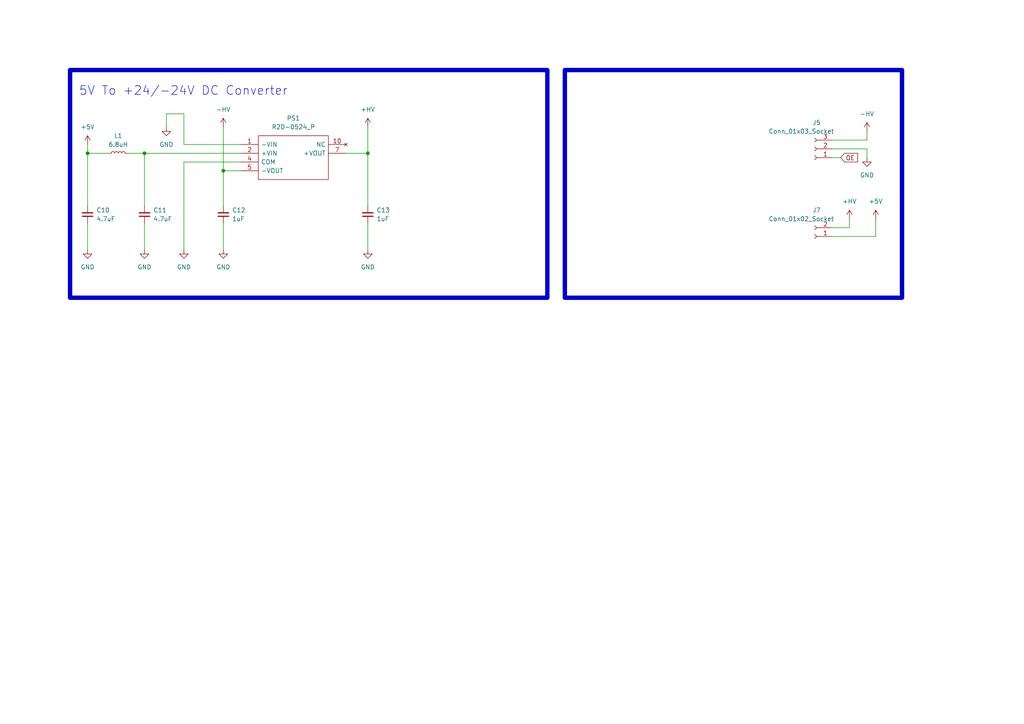
<source format=kicad_sch>
(kicad_sch
	(version 20231120)
	(generator "eeschema")
	(generator_version "8.0")
	(uuid "fd1293db-61e1-47df-8c78-6fbf012cba49")
	(paper "A4")
	(title_block
		(title "PMOD PULSER")
		(date "2024-02-03")
		(rev "R01")
		(company "ICTAMKY.COM")
		(comment 1 "Design by Leevawns")
	)
	(lib_symbols
		(symbol "+HV_1"
			(power)
			(pin_names
				(offset 0)
			)
			(exclude_from_sim no)
			(in_bom yes)
			(on_board yes)
			(property "Reference" "#PWR"
				(at 0 -3.81 0)
				(effects
					(font
						(size 1.27 1.27)
					)
					(hide yes)
				)
			)
			(property "Value" "+HV_1"
				(at 0 3.556 0)
				(effects
					(font
						(size 1.27 1.27)
					)
				)
			)
			(property "Footprint" ""
				(at 0 0 0)
				(effects
					(font
						(size 1.27 1.27)
					)
					(hide yes)
				)
			)
			(property "Datasheet" ""
				(at 0 0 0)
				(effects
					(font
						(size 1.27 1.27)
					)
					(hide yes)
				)
			)
			(property "Description" "Power symbol creates a global label with name \"+HV\""
				(at 0 0 0)
				(effects
					(font
						(size 1.27 1.27)
					)
					(hide yes)
				)
			)
			(property "ki_keywords" "global power"
				(at 0 0 0)
				(effects
					(font
						(size 1.27 1.27)
					)
					(hide yes)
				)
			)
			(symbol "+HV_1_0_1"
				(polyline
					(pts
						(xy -0.762 1.27) (xy 0 2.54)
					)
					(stroke
						(width 0)
						(type default)
					)
					(fill
						(type none)
					)
				)
				(polyline
					(pts
						(xy 0 0) (xy 0 2.54)
					)
					(stroke
						(width 0)
						(type default)
					)
					(fill
						(type none)
					)
				)
				(polyline
					(pts
						(xy 0 2.54) (xy 0.762 1.27)
					)
					(stroke
						(width 0)
						(type default)
					)
					(fill
						(type none)
					)
				)
			)
			(symbol "+HV_1_1_1"
				(pin power_in line
					(at 0 0 90)
					(length 0) hide
					(name "+HV"
						(effects
							(font
								(size 1.27 1.27)
							)
						)
					)
					(number "1"
						(effects
							(font
								(size 1.27 1.27)
							)
						)
					)
				)
			)
		)
		(symbol "-HV_1"
			(power)
			(pin_names
				(offset 0)
			)
			(exclude_from_sim no)
			(in_bom yes)
			(on_board yes)
			(property "Reference" "#PWR"
				(at 0 -3.81 0)
				(effects
					(font
						(size 1.27 1.27)
					)
					(hide yes)
				)
			)
			(property "Value" "-HV_1"
				(at 0 3.556 0)
				(effects
					(font
						(size 1.27 1.27)
					)
				)
			)
			(property "Footprint" ""
				(at 0 0 0)
				(effects
					(font
						(size 1.27 1.27)
					)
					(hide yes)
				)
			)
			(property "Datasheet" ""
				(at 0 0 0)
				(effects
					(font
						(size 1.27 1.27)
					)
					(hide yes)
				)
			)
			(property "Description" "Power symbol creates a global label with name \"-HV\""
				(at 0 0 0)
				(effects
					(font
						(size 1.27 1.27)
					)
					(hide yes)
				)
			)
			(property "ki_keywords" "global power"
				(at 0 0 0)
				(effects
					(font
						(size 1.27 1.27)
					)
					(hide yes)
				)
			)
			(symbol "-HV_1_0_1"
				(polyline
					(pts
						(xy -0.762 1.27) (xy 0 2.54)
					)
					(stroke
						(width 0)
						(type default)
					)
					(fill
						(type none)
					)
				)
				(polyline
					(pts
						(xy 0 0) (xy 0 2.54)
					)
					(stroke
						(width 0)
						(type default)
					)
					(fill
						(type none)
					)
				)
				(polyline
					(pts
						(xy 0 2.54) (xy 0.762 1.27)
					)
					(stroke
						(width 0)
						(type default)
					)
					(fill
						(type none)
					)
				)
			)
			(symbol "-HV_1_1_1"
				(pin power_in line
					(at 0 0 90)
					(length 0) hide
					(name "-HV"
						(effects
							(font
								(size 1.27 1.27)
							)
						)
					)
					(number "1"
						(effects
							(font
								(size 1.27 1.27)
							)
						)
					)
				)
			)
		)
		(symbol "Connector:Conn_01x02_Socket"
			(pin_names
				(offset 1.016) hide)
			(exclude_from_sim no)
			(in_bom yes)
			(on_board yes)
			(property "Reference" "J"
				(at 0 2.54 0)
				(effects
					(font
						(size 1.27 1.27)
					)
				)
			)
			(property "Value" "Conn_01x02_Socket"
				(at 0 -5.08 0)
				(effects
					(font
						(size 1.27 1.27)
					)
				)
			)
			(property "Footprint" ""
				(at 0 0 0)
				(effects
					(font
						(size 1.27 1.27)
					)
					(hide yes)
				)
			)
			(property "Datasheet" "~"
				(at 0 0 0)
				(effects
					(font
						(size 1.27 1.27)
					)
					(hide yes)
				)
			)
			(property "Description" "Generic connector, single row, 01x02, script generated"
				(at 0 0 0)
				(effects
					(font
						(size 1.27 1.27)
					)
					(hide yes)
				)
			)
			(property "ki_locked" ""
				(at 0 0 0)
				(effects
					(font
						(size 1.27 1.27)
					)
				)
			)
			(property "ki_keywords" "connector"
				(at 0 0 0)
				(effects
					(font
						(size 1.27 1.27)
					)
					(hide yes)
				)
			)
			(property "ki_fp_filters" "Connector*:*_1x??_*"
				(at 0 0 0)
				(effects
					(font
						(size 1.27 1.27)
					)
					(hide yes)
				)
			)
			(symbol "Conn_01x02_Socket_1_1"
				(arc
					(start 0 -2.032)
					(mid -0.5058 -2.54)
					(end 0 -3.048)
					(stroke
						(width 0.1524)
						(type default)
					)
					(fill
						(type none)
					)
				)
				(polyline
					(pts
						(xy -1.27 -2.54) (xy -0.508 -2.54)
					)
					(stroke
						(width 0.1524)
						(type default)
					)
					(fill
						(type none)
					)
				)
				(polyline
					(pts
						(xy -1.27 0) (xy -0.508 0)
					)
					(stroke
						(width 0.1524)
						(type default)
					)
					(fill
						(type none)
					)
				)
				(arc
					(start 0 0.508)
					(mid -0.5058 0)
					(end 0 -0.508)
					(stroke
						(width 0.1524)
						(type default)
					)
					(fill
						(type none)
					)
				)
				(pin passive line
					(at -5.08 0 0)
					(length 3.81)
					(name "Pin_1"
						(effects
							(font
								(size 1.27 1.27)
							)
						)
					)
					(number "1"
						(effects
							(font
								(size 1.27 1.27)
							)
						)
					)
				)
				(pin passive line
					(at -5.08 -2.54 0)
					(length 3.81)
					(name "Pin_2"
						(effects
							(font
								(size 1.27 1.27)
							)
						)
					)
					(number "2"
						(effects
							(font
								(size 1.27 1.27)
							)
						)
					)
				)
			)
		)
		(symbol "Connector:Conn_01x03_Socket"
			(pin_names
				(offset 1.016) hide)
			(exclude_from_sim no)
			(in_bom yes)
			(on_board yes)
			(property "Reference" "J"
				(at 0 5.08 0)
				(effects
					(font
						(size 1.27 1.27)
					)
				)
			)
			(property "Value" "Conn_01x03_Socket"
				(at 0 -5.08 0)
				(effects
					(font
						(size 1.27 1.27)
					)
				)
			)
			(property "Footprint" ""
				(at 0 0 0)
				(effects
					(font
						(size 1.27 1.27)
					)
					(hide yes)
				)
			)
			(property "Datasheet" "~"
				(at 0 0 0)
				(effects
					(font
						(size 1.27 1.27)
					)
					(hide yes)
				)
			)
			(property "Description" "Generic connector, single row, 01x03, script generated"
				(at 0 0 0)
				(effects
					(font
						(size 1.27 1.27)
					)
					(hide yes)
				)
			)
			(property "ki_locked" ""
				(at 0 0 0)
				(effects
					(font
						(size 1.27 1.27)
					)
				)
			)
			(property "ki_keywords" "connector"
				(at 0 0 0)
				(effects
					(font
						(size 1.27 1.27)
					)
					(hide yes)
				)
			)
			(property "ki_fp_filters" "Connector*:*_1x??_*"
				(at 0 0 0)
				(effects
					(font
						(size 1.27 1.27)
					)
					(hide yes)
				)
			)
			(symbol "Conn_01x03_Socket_1_1"
				(arc
					(start 0 -2.032)
					(mid -0.5058 -2.54)
					(end 0 -3.048)
					(stroke
						(width 0.1524)
						(type default)
					)
					(fill
						(type none)
					)
				)
				(polyline
					(pts
						(xy -1.27 -2.54) (xy -0.508 -2.54)
					)
					(stroke
						(width 0.1524)
						(type default)
					)
					(fill
						(type none)
					)
				)
				(polyline
					(pts
						(xy -1.27 0) (xy -0.508 0)
					)
					(stroke
						(width 0.1524)
						(type default)
					)
					(fill
						(type none)
					)
				)
				(polyline
					(pts
						(xy -1.27 2.54) (xy -0.508 2.54)
					)
					(stroke
						(width 0.1524)
						(type default)
					)
					(fill
						(type none)
					)
				)
				(arc
					(start 0 0.508)
					(mid -0.5058 0)
					(end 0 -0.508)
					(stroke
						(width 0.1524)
						(type default)
					)
					(fill
						(type none)
					)
				)
				(arc
					(start 0 3.048)
					(mid -0.5058 2.54)
					(end 0 2.032)
					(stroke
						(width 0.1524)
						(type default)
					)
					(fill
						(type none)
					)
				)
				(pin passive line
					(at -5.08 2.54 0)
					(length 3.81)
					(name "Pin_1"
						(effects
							(font
								(size 1.27 1.27)
							)
						)
					)
					(number "1"
						(effects
							(font
								(size 1.27 1.27)
							)
						)
					)
				)
				(pin passive line
					(at -5.08 0 0)
					(length 3.81)
					(name "Pin_2"
						(effects
							(font
								(size 1.27 1.27)
							)
						)
					)
					(number "2"
						(effects
							(font
								(size 1.27 1.27)
							)
						)
					)
				)
				(pin passive line
					(at -5.08 -2.54 0)
					(length 3.81)
					(name "Pin_3"
						(effects
							(font
								(size 1.27 1.27)
							)
						)
					)
					(number "3"
						(effects
							(font
								(size 1.27 1.27)
							)
						)
					)
				)
			)
		)
		(symbol "Device:C_Small"
			(pin_numbers hide)
			(pin_names
				(offset 0.254) hide)
			(exclude_from_sim no)
			(in_bom yes)
			(on_board yes)
			(property "Reference" "C"
				(at 0.254 1.778 0)
				(effects
					(font
						(size 1.27 1.27)
					)
					(justify left)
				)
			)
			(property "Value" "C_Small"
				(at 0.254 -2.032 0)
				(effects
					(font
						(size 1.27 1.27)
					)
					(justify left)
				)
			)
			(property "Footprint" ""
				(at 0 0 0)
				(effects
					(font
						(size 1.27 1.27)
					)
					(hide yes)
				)
			)
			(property "Datasheet" "~"
				(at 0 0 0)
				(effects
					(font
						(size 1.27 1.27)
					)
					(hide yes)
				)
			)
			(property "Description" "Unpolarized capacitor, small symbol"
				(at 0 0 0)
				(effects
					(font
						(size 1.27 1.27)
					)
					(hide yes)
				)
			)
			(property "ki_keywords" "capacitor cap"
				(at 0 0 0)
				(effects
					(font
						(size 1.27 1.27)
					)
					(hide yes)
				)
			)
			(property "ki_fp_filters" "C_*"
				(at 0 0 0)
				(effects
					(font
						(size 1.27 1.27)
					)
					(hide yes)
				)
			)
			(symbol "C_Small_0_1"
				(polyline
					(pts
						(xy -1.524 -0.508) (xy 1.524 -0.508)
					)
					(stroke
						(width 0.3302)
						(type default)
					)
					(fill
						(type none)
					)
				)
				(polyline
					(pts
						(xy -1.524 0.508) (xy 1.524 0.508)
					)
					(stroke
						(width 0.3048)
						(type default)
					)
					(fill
						(type none)
					)
				)
			)
			(symbol "C_Small_1_1"
				(pin passive line
					(at 0 2.54 270)
					(length 2.032)
					(name "~"
						(effects
							(font
								(size 1.27 1.27)
							)
						)
					)
					(number "1"
						(effects
							(font
								(size 1.27 1.27)
							)
						)
					)
				)
				(pin passive line
					(at 0 -2.54 90)
					(length 2.032)
					(name "~"
						(effects
							(font
								(size 1.27 1.27)
							)
						)
					)
					(number "2"
						(effects
							(font
								(size 1.27 1.27)
							)
						)
					)
				)
			)
		)
		(symbol "Device:L_Small"
			(pin_numbers hide)
			(pin_names
				(offset 0.254) hide)
			(exclude_from_sim no)
			(in_bom yes)
			(on_board yes)
			(property "Reference" "L"
				(at 0.762 1.016 0)
				(effects
					(font
						(size 1.27 1.27)
					)
					(justify left)
				)
			)
			(property "Value" "L_Small"
				(at 0.762 -1.016 0)
				(effects
					(font
						(size 1.27 1.27)
					)
					(justify left)
				)
			)
			(property "Footprint" ""
				(at 0 0 0)
				(effects
					(font
						(size 1.27 1.27)
					)
					(hide yes)
				)
			)
			(property "Datasheet" "~"
				(at 0 0 0)
				(effects
					(font
						(size 1.27 1.27)
					)
					(hide yes)
				)
			)
			(property "Description" "Inductor, small symbol"
				(at 0 0 0)
				(effects
					(font
						(size 1.27 1.27)
					)
					(hide yes)
				)
			)
			(property "ki_keywords" "inductor choke coil reactor magnetic"
				(at 0 0 0)
				(effects
					(font
						(size 1.27 1.27)
					)
					(hide yes)
				)
			)
			(property "ki_fp_filters" "Choke_* *Coil* Inductor_* L_*"
				(at 0 0 0)
				(effects
					(font
						(size 1.27 1.27)
					)
					(hide yes)
				)
			)
			(symbol "L_Small_0_1"
				(arc
					(start 0 -2.032)
					(mid 0.5058 -1.524)
					(end 0 -1.016)
					(stroke
						(width 0)
						(type default)
					)
					(fill
						(type none)
					)
				)
				(arc
					(start 0 -1.016)
					(mid 0.5058 -0.508)
					(end 0 0)
					(stroke
						(width 0)
						(type default)
					)
					(fill
						(type none)
					)
				)
				(arc
					(start 0 0)
					(mid 0.5058 0.508)
					(end 0 1.016)
					(stroke
						(width 0)
						(type default)
					)
					(fill
						(type none)
					)
				)
				(arc
					(start 0 1.016)
					(mid 0.5058 1.524)
					(end 0 2.032)
					(stroke
						(width 0)
						(type default)
					)
					(fill
						(type none)
					)
				)
			)
			(symbol "L_Small_1_1"
				(pin passive line
					(at 0 2.54 270)
					(length 0.508)
					(name "~"
						(effects
							(font
								(size 1.27 1.27)
							)
						)
					)
					(number "1"
						(effects
							(font
								(size 1.27 1.27)
							)
						)
					)
				)
				(pin passive line
					(at 0 -2.54 90)
					(length 0.508)
					(name "~"
						(effects
							(font
								(size 1.27 1.27)
							)
						)
					)
					(number "2"
						(effects
							(font
								(size 1.27 1.27)
							)
						)
					)
				)
			)
		)
		(symbol "SamacSys_Parts:R2D-0524_P"
			(pin_names
				(offset 0.762)
			)
			(exclude_from_sim no)
			(in_bom yes)
			(on_board yes)
			(property "Reference" "PS"
				(at 26.67 7.62 0)
				(effects
					(font
						(size 1.27 1.27)
					)
					(justify left)
				)
			)
			(property "Value" "R2D-0524_P"
				(at 26.67 5.08 0)
				(effects
					(font
						(size 1.27 1.27)
					)
					(justify left)
				)
			)
			(property "Footprint" "R2D0524P"
				(at 26.67 2.54 0)
				(effects
					(font
						(size 1.27 1.27)
					)
					(justify left)
					(hide yes)
				)
			)
			(property "Datasheet" ""
				(at 26.67 0 0)
				(effects
					(font
						(size 1.27 1.27)
					)
					(justify left)
					(hide yes)
				)
			)
			(property "Description" "Isolated DC/DC Converters 2W DC/DC 1kV UNREG 5Vin +/-24Vout"
				(at 0 0 0)
				(effects
					(font
						(size 1.27 1.27)
					)
					(hide yes)
				)
			)
			(property "Description_1" "Isolated DC/DC Converters 2W DC/DC 1kV UNREG 5Vin +/-24Vout"
				(at 26.67 -2.54 0)
				(effects
					(font
						(size 1.27 1.27)
					)
					(justify left)
					(hide yes)
				)
			)
			(property "Height" "9.5"
				(at 26.67 -5.08 0)
				(effects
					(font
						(size 1.27 1.27)
					)
					(justify left)
					(hide yes)
				)
			)
			(property "Mouser Part Number" "919-R2D-0524P"
				(at 26.67 -7.62 0)
				(effects
					(font
						(size 1.27 1.27)
					)
					(justify left)
					(hide yes)
				)
			)
			(property "Mouser Price/Stock" "https://www.mouser.co.uk/ProductDetail/RECOM-Power/R2D-0524-P?qs=XF8hdbuHJAXFDxSlLoqWOQ%3D%3D"
				(at 26.67 -10.16 0)
				(effects
					(font
						(size 1.27 1.27)
					)
					(justify left)
					(hide yes)
				)
			)
			(property "Manufacturer_Name" "RECOM Power"
				(at 26.67 -12.7 0)
				(effects
					(font
						(size 1.27 1.27)
					)
					(justify left)
					(hide yes)
				)
			)
			(property "Manufacturer_Part_Number" "R2D-0524/P"
				(at 26.67 -15.24 0)
				(effects
					(font
						(size 1.27 1.27)
					)
					(justify left)
					(hide yes)
				)
			)
			(symbol "R2D-0524_P_0_0"
				(pin passive line
					(at 0 0 0)
					(length 5.08)
					(name "-VIN"
						(effects
							(font
								(size 1.27 1.27)
							)
						)
					)
					(number "1"
						(effects
							(font
								(size 1.27 1.27)
							)
						)
					)
				)
				(pin no_connect line
					(at 30.48 0 180)
					(length 5.08)
					(name "NC"
						(effects
							(font
								(size 1.27 1.27)
							)
						)
					)
					(number "10"
						(effects
							(font
								(size 1.27 1.27)
							)
						)
					)
				)
				(pin passive line
					(at 0 -2.54 0)
					(length 5.08)
					(name "+VIN"
						(effects
							(font
								(size 1.27 1.27)
							)
						)
					)
					(number "2"
						(effects
							(font
								(size 1.27 1.27)
							)
						)
					)
				)
				(pin passive line
					(at 0 -5.08 0)
					(length 5.08)
					(name "COM"
						(effects
							(font
								(size 1.27 1.27)
							)
						)
					)
					(number "4"
						(effects
							(font
								(size 1.27 1.27)
							)
						)
					)
				)
				(pin passive line
					(at 0 -7.62 0)
					(length 5.08)
					(name "-VOUT"
						(effects
							(font
								(size 1.27 1.27)
							)
						)
					)
					(number "5"
						(effects
							(font
								(size 1.27 1.27)
							)
						)
					)
				)
				(pin passive line
					(at 30.48 -2.54 180)
					(length 5.08)
					(name "+VOUT"
						(effects
							(font
								(size 1.27 1.27)
							)
						)
					)
					(number "7"
						(effects
							(font
								(size 1.27 1.27)
							)
						)
					)
				)
			)
			(symbol "R2D-0524_P_0_1"
				(polyline
					(pts
						(xy 5.08 2.54) (xy 25.4 2.54) (xy 25.4 -10.16) (xy 5.08 -10.16) (xy 5.08 2.54)
					)
					(stroke
						(width 0.1524)
						(type solid)
					)
					(fill
						(type none)
					)
				)
			)
		)
		(symbol "power:+5V"
			(power)
			(pin_names
				(offset 0)
			)
			(exclude_from_sim no)
			(in_bom yes)
			(on_board yes)
			(property "Reference" "#PWR"
				(at 0 -3.81 0)
				(effects
					(font
						(size 1.27 1.27)
					)
					(hide yes)
				)
			)
			(property "Value" "+5V"
				(at 0 3.556 0)
				(effects
					(font
						(size 1.27 1.27)
					)
				)
			)
			(property "Footprint" ""
				(at 0 0 0)
				(effects
					(font
						(size 1.27 1.27)
					)
					(hide yes)
				)
			)
			(property "Datasheet" ""
				(at 0 0 0)
				(effects
					(font
						(size 1.27 1.27)
					)
					(hide yes)
				)
			)
			(property "Description" "Power symbol creates a global label with name \"+5V\""
				(at 0 0 0)
				(effects
					(font
						(size 1.27 1.27)
					)
					(hide yes)
				)
			)
			(property "ki_keywords" "global power"
				(at 0 0 0)
				(effects
					(font
						(size 1.27 1.27)
					)
					(hide yes)
				)
			)
			(symbol "+5V_0_1"
				(polyline
					(pts
						(xy -0.762 1.27) (xy 0 2.54)
					)
					(stroke
						(width 0)
						(type default)
					)
					(fill
						(type none)
					)
				)
				(polyline
					(pts
						(xy 0 0) (xy 0 2.54)
					)
					(stroke
						(width 0)
						(type default)
					)
					(fill
						(type none)
					)
				)
				(polyline
					(pts
						(xy 0 2.54) (xy 0.762 1.27)
					)
					(stroke
						(width 0)
						(type default)
					)
					(fill
						(type none)
					)
				)
			)
			(symbol "+5V_1_1"
				(pin power_in line
					(at 0 0 90)
					(length 0) hide
					(name "+5V"
						(effects
							(font
								(size 1.27 1.27)
							)
						)
					)
					(number "1"
						(effects
							(font
								(size 1.27 1.27)
							)
						)
					)
				)
			)
		)
		(symbol "power:GND"
			(power)
			(pin_names
				(offset 0)
			)
			(exclude_from_sim no)
			(in_bom yes)
			(on_board yes)
			(property "Reference" "#PWR"
				(at 0 -6.35 0)
				(effects
					(font
						(size 1.27 1.27)
					)
					(hide yes)
				)
			)
			(property "Value" "GND"
				(at 0 -3.81 0)
				(effects
					(font
						(size 1.27 1.27)
					)
				)
			)
			(property "Footprint" ""
				(at 0 0 0)
				(effects
					(font
						(size 1.27 1.27)
					)
					(hide yes)
				)
			)
			(property "Datasheet" ""
				(at 0 0 0)
				(effects
					(font
						(size 1.27 1.27)
					)
					(hide yes)
				)
			)
			(property "Description" "Power symbol creates a global label with name \"GND\" , ground"
				(at 0 0 0)
				(effects
					(font
						(size 1.27 1.27)
					)
					(hide yes)
				)
			)
			(property "ki_keywords" "global power"
				(at 0 0 0)
				(effects
					(font
						(size 1.27 1.27)
					)
					(hide yes)
				)
			)
			(symbol "GND_0_1"
				(polyline
					(pts
						(xy 0 0) (xy 0 -1.27) (xy 1.27 -1.27) (xy 0 -2.54) (xy -1.27 -1.27) (xy 0 -1.27)
					)
					(stroke
						(width 0)
						(type default)
					)
					(fill
						(type none)
					)
				)
			)
			(symbol "GND_1_1"
				(pin power_in line
					(at 0 0 270)
					(length 0) hide
					(name "GND"
						(effects
							(font
								(size 1.27 1.27)
							)
						)
					)
					(number "1"
						(effects
							(font
								(size 1.27 1.27)
							)
						)
					)
				)
			)
		)
	)
	(junction
		(at 25.4 44.45)
		(diameter 0)
		(color 0 0 0 0)
		(uuid "5b72840f-5be7-492f-82b6-513616c45e39")
	)
	(junction
		(at 106.68 44.45)
		(diameter 0)
		(color 0 0 0 0)
		(uuid "a412b1c8-3f37-406e-8601-83493eb17905")
	)
	(junction
		(at 41.91 44.45)
		(diameter 0)
		(color 0 0 0 0)
		(uuid "d25df861-a05c-4640-81d9-a46f9203e29d")
	)
	(junction
		(at 64.77 49.53)
		(diameter 0)
		(color 0 0 0 0)
		(uuid "e48e2438-59a5-48a4-89e4-9eb0d1f63b72")
	)
	(wire
		(pts
			(xy 41.91 64.77) (xy 41.91 72.39)
		)
		(stroke
			(width 0)
			(type default)
		)
		(uuid "0a86c367-48c3-4424-8fdc-ea54c0df14ad")
	)
	(wire
		(pts
			(xy 69.85 46.99) (xy 53.34 46.99)
		)
		(stroke
			(width 0)
			(type default)
		)
		(uuid "0c5268ef-8406-45bb-b8ad-dad2dcd13d42")
	)
	(wire
		(pts
			(xy 53.34 33.02) (xy 48.26 33.02)
		)
		(stroke
			(width 0)
			(type default)
		)
		(uuid "16be0add-0924-46b7-8596-bef6dda5d688")
	)
	(wire
		(pts
			(xy 254 68.58) (xy 254 63.5)
		)
		(stroke
			(width 0)
			(type default)
		)
		(uuid "24591868-6695-4feb-bd91-5c6b03c96caa")
	)
	(wire
		(pts
			(xy 25.4 64.77) (xy 25.4 72.39)
		)
		(stroke
			(width 0)
			(type default)
		)
		(uuid "2b5fd0c8-2798-4078-925b-cf0b76c5de06")
	)
	(wire
		(pts
			(xy 64.77 49.53) (xy 64.77 59.69)
		)
		(stroke
			(width 0)
			(type default)
		)
		(uuid "3e80ccb7-585e-4762-ac5c-6019e3cb6554")
	)
	(wire
		(pts
			(xy 106.68 36.83) (xy 106.68 44.45)
		)
		(stroke
			(width 0)
			(type default)
		)
		(uuid "46c0df5d-22de-4a4e-9291-a6a52878fe26")
	)
	(wire
		(pts
			(xy 64.77 64.77) (xy 64.77 72.39)
		)
		(stroke
			(width 0)
			(type default)
		)
		(uuid "48d20f05-220a-4946-b241-006f013c6220")
	)
	(wire
		(pts
			(xy 251.46 43.18) (xy 251.46 45.72)
		)
		(stroke
			(width 0)
			(type default)
		)
		(uuid "4c870d18-7b28-46bd-b53f-e63d3cbae123")
	)
	(wire
		(pts
			(xy 41.91 44.45) (xy 69.85 44.45)
		)
		(stroke
			(width 0)
			(type default)
		)
		(uuid "4d96a16e-ccc9-41e1-a1eb-69bcb7d95d09")
	)
	(wire
		(pts
			(xy 31.75 44.45) (xy 25.4 44.45)
		)
		(stroke
			(width 0)
			(type default)
		)
		(uuid "5825507c-1d81-40b5-85a2-c721a91dfbbd")
	)
	(wire
		(pts
			(xy 100.33 44.45) (xy 106.68 44.45)
		)
		(stroke
			(width 0)
			(type default)
		)
		(uuid "5bc4f8a4-c5d3-4cbc-ab8c-24d1ee80b328")
	)
	(wire
		(pts
			(xy 41.91 44.45) (xy 36.83 44.45)
		)
		(stroke
			(width 0)
			(type default)
		)
		(uuid "62d14498-0c52-43f4-9065-4b021e094e9c")
	)
	(wire
		(pts
			(xy 106.68 64.77) (xy 106.68 72.39)
		)
		(stroke
			(width 0)
			(type default)
		)
		(uuid "6b3591f0-dd6c-4a87-8e6e-8229d1af099f")
	)
	(wire
		(pts
			(xy 69.85 41.91) (xy 53.34 41.91)
		)
		(stroke
			(width 0)
			(type default)
		)
		(uuid "8adf4fe3-6b7c-4fa1-beb9-c9896c37c610")
	)
	(wire
		(pts
			(xy 41.91 59.69) (xy 41.91 44.45)
		)
		(stroke
			(width 0)
			(type default)
		)
		(uuid "8eab138b-dae6-4d1d-a002-acec517ed817")
	)
	(wire
		(pts
			(xy 48.26 33.02) (xy 48.26 36.83)
		)
		(stroke
			(width 0)
			(type default)
		)
		(uuid "9954d9e5-8f8a-4914-9981-9fd1517c1cab")
	)
	(wire
		(pts
			(xy 243.84 45.72) (xy 241.3 45.72)
		)
		(stroke
			(width 0)
			(type default)
		)
		(uuid "a0c1c5a6-4fda-40a9-9726-65a3a0c2d36c")
	)
	(wire
		(pts
			(xy 25.4 44.45) (xy 25.4 59.69)
		)
		(stroke
			(width 0)
			(type default)
		)
		(uuid "ba885d07-2914-4c6f-8615-71630f519fc8")
	)
	(wire
		(pts
			(xy 254 68.58) (xy 241.3 68.58)
		)
		(stroke
			(width 0)
			(type default)
		)
		(uuid "bc657077-3408-44cc-9d12-c200908b79d1")
	)
	(wire
		(pts
			(xy 69.85 49.53) (xy 64.77 49.53)
		)
		(stroke
			(width 0)
			(type default)
		)
		(uuid "bcbb374e-e13f-493c-849d-49df7af26032")
	)
	(wire
		(pts
			(xy 241.3 40.64) (xy 251.46 40.64)
		)
		(stroke
			(width 0)
			(type default)
		)
		(uuid "c1f1122a-0322-4f26-9ac1-8183bc6696d1")
	)
	(wire
		(pts
			(xy 64.77 36.83) (xy 64.77 49.53)
		)
		(stroke
			(width 0)
			(type default)
		)
		(uuid "c795882a-4413-49bd-bb74-9f39bddde642")
	)
	(wire
		(pts
			(xy 53.34 46.99) (xy 53.34 72.39)
		)
		(stroke
			(width 0)
			(type default)
		)
		(uuid "c7aec5a8-7806-4e9a-8836-9523e8cdae0c")
	)
	(wire
		(pts
			(xy 246.38 63.5) (xy 246.38 66.04)
		)
		(stroke
			(width 0)
			(type default)
		)
		(uuid "d8bd2f09-c383-47d9-b547-ebcc32f990ef")
	)
	(wire
		(pts
			(xy 106.68 44.45) (xy 106.68 59.69)
		)
		(stroke
			(width 0)
			(type default)
		)
		(uuid "d991b29c-b108-4349-aa34-2b54c2dcc47a")
	)
	(wire
		(pts
			(xy 25.4 41.91) (xy 25.4 44.45)
		)
		(stroke
			(width 0)
			(type default)
		)
		(uuid "db24169b-9927-402e-b89c-063a98cccffc")
	)
	(wire
		(pts
			(xy 246.38 66.04) (xy 241.3 66.04)
		)
		(stroke
			(width 0)
			(type default)
		)
		(uuid "db4c42ee-5499-43d6-8847-9c5fcf412adb")
	)
	(wire
		(pts
			(xy 251.46 43.18) (xy 241.3 43.18)
		)
		(stroke
			(width 0)
			(type default)
		)
		(uuid "e2fb0f10-0f1b-465d-808e-92ef692be3e4")
	)
	(wire
		(pts
			(xy 251.46 40.64) (xy 251.46 38.1)
		)
		(stroke
			(width 0)
			(type default)
		)
		(uuid "eb483da0-70db-4da5-8b64-a7fc9d7860fb")
	)
	(wire
		(pts
			(xy 53.34 41.91) (xy 53.34 33.02)
		)
		(stroke
			(width 0)
			(type default)
		)
		(uuid "fe8a9a64-fd25-484e-874e-a1e2a8cc8797")
	)
	(rectangle
		(start 20.32 20.32)
		(end 158.75 86.36)
		(stroke
			(width 1.27)
			(type default)
		)
		(fill
			(type none)
		)
		(uuid 79c346d4-ed3d-4d21-8b71-ca30a1f34c70)
	)
	(rectangle
		(start 163.83 20.32)
		(end 261.62 86.36)
		(stroke
			(width 1.27)
			(type default)
		)
		(fill
			(type none)
		)
		(uuid a5895a46-f5f8-4f21-9efc-26dbeeaeb72d)
	)
	(text "5V To +24/-24V DC Converter"
		(exclude_from_sim no)
		(at 22.86 27.94 0)
		(effects
			(font
				(size 2.54 2.54)
			)
			(justify left bottom)
		)
		(uuid "1fa70284-dce4-46fe-9206-828087772c8c")
	)
	(global_label "OE"
		(shape input)
		(at 243.84 45.72 0)
		(fields_autoplaced yes)
		(effects
			(font
				(size 1.27 1.27)
			)
			(justify left)
		)
		(uuid "d109171d-3ad9-4434-9501-e6d181149364")
		(property "Intersheetrefs" "${INTERSHEET_REFS}"
			(at 249.3047 45.72 0)
			(effects
				(font
					(size 1.27 1.27)
				)
				(justify left)
				(hide yes)
			)
		)
	)
	(symbol
		(lib_id "SamacSys_Parts:R2D-0524_P")
		(at 69.85 41.91 0)
		(unit 1)
		(exclude_from_sim no)
		(in_bom yes)
		(on_board yes)
		(dnp no)
		(fields_autoplaced yes)
		(uuid "0a7c257d-c9e3-430b-a239-00dc5e8c36d1")
		(property "Reference" "PS1"
			(at 85.09 34.29 0)
			(effects
				(font
					(size 1.27 1.27)
				)
			)
		)
		(property "Value" "R2D-0524_P"
			(at 85.09 36.83 0)
			(effects
				(font
					(size 1.27 1.27)
				)
			)
		)
		(property "Footprint" "SamacSys_Parts:R2D0524P"
			(at 96.52 39.37 0)
			(effects
				(font
					(size 1.27 1.27)
				)
				(justify left)
				(hide yes)
			)
		)
		(property "Datasheet" ""
			(at 96.52 41.91 0)
			(effects
				(font
					(size 1.27 1.27)
				)
				(justify left)
				(hide yes)
			)
		)
		(property "Description" "Isolated DC/DC Converters 2W DC/DC 1kV UNREG 5Vin +/-24Vout"
			(at 69.85 41.91 0)
			(effects
				(font
					(size 1.27 1.27)
				)
				(hide yes)
			)
		)
		(property "Description_1" "Isolated DC/DC Converters 2W DC/DC 1kV UNREG 5Vin +/-24Vout"
			(at 96.52 44.45 0)
			(effects
				(font
					(size 1.27 1.27)
				)
				(justify left)
				(hide yes)
			)
		)
		(property "Height" "9.5"
			(at 96.52 46.99 0)
			(effects
				(font
					(size 1.27 1.27)
				)
				(justify left)
				(hide yes)
			)
		)
		(property "Mouser Part Number" "919-R2D-0524P"
			(at 96.52 49.53 0)
			(effects
				(font
					(size 1.27 1.27)
				)
				(justify left)
				(hide yes)
			)
		)
		(property "Mouser Price/Stock" "https://www.mouser.co.uk/ProductDetail/RECOM-Power/R2D-0524-P?qs=XF8hdbuHJAXFDxSlLoqWOQ%3D%3D"
			(at 96.52 52.07 0)
			(effects
				(font
					(size 1.27 1.27)
				)
				(justify left)
				(hide yes)
			)
		)
		(property "Manufacturer_Name" "RECOM Power"
			(at 96.52 54.61 0)
			(effects
				(font
					(size 1.27 1.27)
				)
				(justify left)
				(hide yes)
			)
		)
		(property "Manufacturer_Part_Number" "R2D-0524/P"
			(at 96.52 57.15 0)
			(effects
				(font
					(size 1.27 1.27)
				)
				(justify left)
				(hide yes)
			)
		)
		(pin "10"
			(uuid "59380eb2-8fa6-4fe7-b228-96febec329d0")
		)
		(pin "5"
			(uuid "b5b4fd1d-1860-44b2-b566-6a04be1d9549")
		)
		(pin "4"
			(uuid "3f078e22-4b9e-4e25-a40e-05328f38897c")
		)
		(pin "7"
			(uuid "96f66caf-308b-4848-8853-8f2fdab381c0")
		)
		(pin "1"
			(uuid "60aecb6d-84ff-4fb1-8cf1-1ac228d33c2c")
		)
		(pin "2"
			(uuid "dc08b9ed-a914-4f2b-8ffd-c2310701c8c2")
		)
		(instances
			(project ""
				(path "/fd1293db-61e1-47df-8c78-6fbf012cba49"
					(reference "PS1")
					(unit 1)
				)
			)
		)
	)
	(symbol
		(lib_id "Device:C_Small")
		(at 106.68 62.23 180)
		(unit 1)
		(exclude_from_sim no)
		(in_bom yes)
		(on_board yes)
		(dnp no)
		(fields_autoplaced yes)
		(uuid "1172bc75-1695-4ff7-a292-66fc832c940f")
		(property "Reference" "C13"
			(at 109.22 60.9536 0)
			(effects
				(font
					(size 1.27 1.27)
				)
				(justify right)
			)
		)
		(property "Value" "1uF"
			(at 109.22 63.4936 0)
			(effects
				(font
					(size 1.27 1.27)
				)
				(justify right)
			)
		)
		(property "Footprint" "Capacitor_SMD:C_1206_3216Metric"
			(at 106.68 62.23 0)
			(effects
				(font
					(size 1.27 1.27)
				)
				(hide yes)
			)
		)
		(property "Datasheet" "~"
			(at 106.68 62.23 0)
			(effects
				(font
					(size 1.27 1.27)
				)
				(hide yes)
			)
		)
		(property "Description" ""
			(at 106.68 62.23 0)
			(effects
				(font
					(size 1.27 1.27)
				)
				(hide yes)
			)
		)
		(property "MPN" ""
			(at 106.68 62.23 0)
			(effects
				(font
					(size 1.27 1.27)
				)
				(hide yes)
			)
		)
		(pin "2"
			(uuid "57077734-7660-46c6-9e93-4986d76f1f33")
		)
		(pin "1"
			(uuid "471187ea-d05b-412b-b6c7-6193145ca272")
		)
		(instances
			(project "HV-BOARD"
				(path "/fd1293db-61e1-47df-8c78-6fbf012cba49"
					(reference "C13")
					(unit 1)
				)
			)
		)
	)
	(symbol
		(lib_id "power:GND")
		(at 53.34 72.39 0)
		(unit 1)
		(exclude_from_sim no)
		(in_bom yes)
		(on_board yes)
		(dnp no)
		(fields_autoplaced yes)
		(uuid "12545c45-1962-4eb7-9c32-2f68a10dfdbb")
		(property "Reference" "#PWR041"
			(at 53.34 78.74 0)
			(effects
				(font
					(size 1.27 1.27)
				)
				(hide yes)
			)
		)
		(property "Value" "GND"
			(at 53.34 77.47 0)
			(effects
				(font
					(size 1.27 1.27)
				)
			)
		)
		(property "Footprint" ""
			(at 53.34 72.39 0)
			(effects
				(font
					(size 1.27 1.27)
				)
				(hide yes)
			)
		)
		(property "Datasheet" ""
			(at 53.34 72.39 0)
			(effects
				(font
					(size 1.27 1.27)
				)
				(hide yes)
			)
		)
		(property "Description" ""
			(at 53.34 72.39 0)
			(effects
				(font
					(size 1.27 1.27)
				)
				(hide yes)
			)
		)
		(pin "1"
			(uuid "0eb2769f-6d94-4384-ae3d-40453ad0168f")
		)
		(instances
			(project "HV-BOARD"
				(path "/fd1293db-61e1-47df-8c78-6fbf012cba49"
					(reference "#PWR041")
					(unit 1)
				)
			)
		)
	)
	(symbol
		(lib_id "power:GND")
		(at 251.46 45.72 0)
		(mirror y)
		(unit 1)
		(exclude_from_sim no)
		(in_bom yes)
		(on_board yes)
		(dnp no)
		(fields_autoplaced yes)
		(uuid "17019db0-250a-49e8-bb66-4e926c11f1c1")
		(property "Reference" "#PWR054"
			(at 251.46 52.07 0)
			(effects
				(font
					(size 1.27 1.27)
				)
				(hide yes)
			)
		)
		(property "Value" "GND"
			(at 251.46 50.8 0)
			(effects
				(font
					(size 1.27 1.27)
				)
			)
		)
		(property "Footprint" ""
			(at 251.46 45.72 0)
			(effects
				(font
					(size 1.27 1.27)
				)
				(hide yes)
			)
		)
		(property "Datasheet" ""
			(at 251.46 45.72 0)
			(effects
				(font
					(size 1.27 1.27)
				)
				(hide yes)
			)
		)
		(property "Description" ""
			(at 251.46 45.72 0)
			(effects
				(font
					(size 1.27 1.27)
				)
				(hide yes)
			)
		)
		(pin "1"
			(uuid "4179ee9e-c9fc-433e-9c5c-7f2a890693f3")
		)
		(instances
			(project "HV-BOARD"
				(path "/fd1293db-61e1-47df-8c78-6fbf012cba49"
					(reference "#PWR054")
					(unit 1)
				)
			)
		)
	)
	(symbol
		(lib_name "-HV_1")
		(lib_id "PMOD_PULSER:-HV")
		(at 64.77 36.83 0)
		(unit 1)
		(exclude_from_sim no)
		(in_bom yes)
		(on_board yes)
		(dnp no)
		(fields_autoplaced yes)
		(uuid "495b831d-0264-45bd-a7e7-547f1f9b368e")
		(property "Reference" "#PWR036"
			(at 64.77 40.64 0)
			(effects
				(font
					(size 1.27 1.27)
				)
				(hide yes)
			)
		)
		(property "Value" "-HV"
			(at 64.77 31.75 0)
			(effects
				(font
					(size 1.27 1.27)
				)
			)
		)
		(property "Footprint" ""
			(at 64.77 36.83 0)
			(effects
				(font
					(size 1.27 1.27)
				)
				(hide yes)
			)
		)
		(property "Datasheet" ""
			(at 64.77 36.83 0)
			(effects
				(font
					(size 1.27 1.27)
				)
				(hide yes)
			)
		)
		(property "Description" ""
			(at 64.77 36.83 0)
			(effects
				(font
					(size 1.27 1.27)
				)
				(hide yes)
			)
		)
		(pin "1"
			(uuid "33c329f8-2729-40d6-9d6f-166d708fd6bf")
		)
		(instances
			(project "HV-BOARD"
				(path "/fd1293db-61e1-47df-8c78-6fbf012cba49"
					(reference "#PWR036")
					(unit 1)
				)
			)
		)
	)
	(symbol
		(lib_name "+HV_1")
		(lib_id "PMOD_PULSER:+HV")
		(at 246.38 63.5 0)
		(mirror y)
		(unit 1)
		(exclude_from_sim no)
		(in_bom yes)
		(on_board yes)
		(dnp no)
		(fields_autoplaced yes)
		(uuid "4a57c001-1c35-4d29-86d3-cf04f2b396f1")
		(property "Reference" "#PWR052"
			(at 246.38 67.31 0)
			(effects
				(font
					(size 1.27 1.27)
				)
				(hide yes)
			)
		)
		(property "Value" "+HV"
			(at 246.38 58.42 0)
			(effects
				(font
					(size 1.27 1.27)
				)
			)
		)
		(property "Footprint" ""
			(at 246.38 63.5 0)
			(effects
				(font
					(size 1.27 1.27)
				)
				(hide yes)
			)
		)
		(property "Datasheet" ""
			(at 246.38 63.5 0)
			(effects
				(font
					(size 1.27 1.27)
				)
				(hide yes)
			)
		)
		(property "Description" ""
			(at 246.38 63.5 0)
			(effects
				(font
					(size 1.27 1.27)
				)
				(hide yes)
			)
		)
		(pin "1"
			(uuid "fdaf0c82-1b24-44f0-b114-8c6492447e88")
		)
		(instances
			(project "HV-BOARD"
				(path "/fd1293db-61e1-47df-8c78-6fbf012cba49"
					(reference "#PWR052")
					(unit 1)
				)
			)
		)
	)
	(symbol
		(lib_id "Device:L_Small")
		(at 34.29 44.45 90)
		(unit 1)
		(exclude_from_sim no)
		(in_bom yes)
		(on_board yes)
		(dnp no)
		(fields_autoplaced yes)
		(uuid "6da7fd8d-6f2e-4ccd-89b5-1b7c8d6380b3")
		(property "Reference" "L1"
			(at 34.29 39.37 90)
			(effects
				(font
					(size 1.27 1.27)
				)
			)
		)
		(property "Value" "6.8uH"
			(at 34.29 41.91 90)
			(effects
				(font
					(size 1.27 1.27)
				)
			)
		)
		(property "Footprint" "Inductor_SMD:L_1206_3216Metric"
			(at 34.29 44.45 0)
			(effects
				(font
					(size 1.27 1.27)
				)
				(hide yes)
			)
		)
		(property "Datasheet" "~"
			(at 34.29 44.45 0)
			(effects
				(font
					(size 1.27 1.27)
				)
				(hide yes)
			)
		)
		(property "Description" ""
			(at 34.29 44.45 0)
			(effects
				(font
					(size 1.27 1.27)
				)
				(hide yes)
			)
		)
		(property "MPN" "ILSB1206ER6R8K"
			(at 34.29 44.45 0)
			(effects
				(font
					(size 1.27 1.27)
				)
				(hide yes)
			)
		)
		(pin "2"
			(uuid "047af6a1-34ad-493c-9c1e-ba92b2978924")
		)
		(pin "1"
			(uuid "2009a449-4208-4c8c-9de5-aded328cc660")
		)
		(instances
			(project "HV-BOARD"
				(path "/fd1293db-61e1-47df-8c78-6fbf012cba49"
					(reference "L1")
					(unit 1)
				)
			)
		)
	)
	(symbol
		(lib_id "Device:C_Small")
		(at 64.77 62.23 180)
		(unit 1)
		(exclude_from_sim no)
		(in_bom yes)
		(on_board yes)
		(dnp no)
		(fields_autoplaced yes)
		(uuid "734a74de-9d47-4727-8bc1-baa1769781f7")
		(property "Reference" "C12"
			(at 67.31 60.9536 0)
			(effects
				(font
					(size 1.27 1.27)
				)
				(justify right)
			)
		)
		(property "Value" "1uF"
			(at 67.31 63.4936 0)
			(effects
				(font
					(size 1.27 1.27)
				)
				(justify right)
			)
		)
		(property "Footprint" "Capacitor_SMD:C_1206_3216Metric"
			(at 64.77 62.23 0)
			(effects
				(font
					(size 1.27 1.27)
				)
				(hide yes)
			)
		)
		(property "Datasheet" "~"
			(at 64.77 62.23 0)
			(effects
				(font
					(size 1.27 1.27)
				)
				(hide yes)
			)
		)
		(property "Description" ""
			(at 64.77 62.23 0)
			(effects
				(font
					(size 1.27 1.27)
				)
				(hide yes)
			)
		)
		(property "MPN" ""
			(at 64.77 62.23 0)
			(effects
				(font
					(size 1.27 1.27)
				)
				(hide yes)
			)
		)
		(pin "2"
			(uuid "5bca87c3-7286-47b2-897a-88f67a1007ad")
		)
		(pin "1"
			(uuid "ff4a1e85-6e8b-4471-819b-5e0e83492e03")
		)
		(instances
			(project "HV-BOARD"
				(path "/fd1293db-61e1-47df-8c78-6fbf012cba49"
					(reference "C12")
					(unit 1)
				)
			)
		)
	)
	(symbol
		(lib_id "Device:C_Small")
		(at 25.4 62.23 180)
		(unit 1)
		(exclude_from_sim no)
		(in_bom yes)
		(on_board yes)
		(dnp no)
		(fields_autoplaced yes)
		(uuid "7a3a50f9-0a16-4357-bceb-abc1ee054124")
		(property "Reference" "C10"
			(at 27.94 60.9536 0)
			(effects
				(font
					(size 1.27 1.27)
				)
				(justify right)
			)
		)
		(property "Value" "4.7uF"
			(at 27.94 63.4936 0)
			(effects
				(font
					(size 1.27 1.27)
				)
				(justify right)
			)
		)
		(property "Footprint" "Capacitor_SMD:C_1206_3216Metric"
			(at 25.4 62.23 0)
			(effects
				(font
					(size 1.27 1.27)
				)
				(hide yes)
			)
		)
		(property "Datasheet" "~"
			(at 25.4 62.23 0)
			(effects
				(font
					(size 1.27 1.27)
				)
				(hide yes)
			)
		)
		(property "Description" ""
			(at 25.4 62.23 0)
			(effects
				(font
					(size 1.27 1.27)
				)
				(hide yes)
			)
		)
		(property "MPN" ""
			(at 25.4 62.23 0)
			(effects
				(font
					(size 1.27 1.27)
				)
				(hide yes)
			)
		)
		(pin "2"
			(uuid "1feebbeb-3049-4763-9812-9aebdcccda76")
		)
		(pin "1"
			(uuid "c4b7dccf-9790-4967-b5aa-12d63376ce9e")
		)
		(instances
			(project "HV-BOARD"
				(path "/fd1293db-61e1-47df-8c78-6fbf012cba49"
					(reference "C10")
					(unit 1)
				)
			)
		)
	)
	(symbol
		(lib_id "power:GND")
		(at 25.4 72.39 0)
		(unit 1)
		(exclude_from_sim no)
		(in_bom yes)
		(on_board yes)
		(dnp no)
		(fields_autoplaced yes)
		(uuid "7da2857b-c26e-4903-acc3-9cf0e1ef2a19")
		(property "Reference" "#PWR039"
			(at 25.4 78.74 0)
			(effects
				(font
					(size 1.27 1.27)
				)
				(hide yes)
			)
		)
		(property "Value" "GND"
			(at 25.4 77.47 0)
			(effects
				(font
					(size 1.27 1.27)
				)
			)
		)
		(property "Footprint" ""
			(at 25.4 72.39 0)
			(effects
				(font
					(size 1.27 1.27)
				)
				(hide yes)
			)
		)
		(property "Datasheet" ""
			(at 25.4 72.39 0)
			(effects
				(font
					(size 1.27 1.27)
				)
				(hide yes)
			)
		)
		(property "Description" ""
			(at 25.4 72.39 0)
			(effects
				(font
					(size 1.27 1.27)
				)
				(hide yes)
			)
		)
		(pin "1"
			(uuid "af746dad-df26-4ab0-9284-35985b59733d")
		)
		(instances
			(project "HV-BOARD"
				(path "/fd1293db-61e1-47df-8c78-6fbf012cba49"
					(reference "#PWR039")
					(unit 1)
				)
			)
		)
	)
	(symbol
		(lib_id "power:GND")
		(at 41.91 72.39 0)
		(unit 1)
		(exclude_from_sim no)
		(in_bom yes)
		(on_board yes)
		(dnp no)
		(fields_autoplaced yes)
		(uuid "908d73c9-db76-4d41-bf4a-5de184f15364")
		(property "Reference" "#PWR040"
			(at 41.91 78.74 0)
			(effects
				(font
					(size 1.27 1.27)
				)
				(hide yes)
			)
		)
		(property "Value" "GND"
			(at 41.91 77.47 0)
			(effects
				(font
					(size 1.27 1.27)
				)
			)
		)
		(property "Footprint" ""
			(at 41.91 72.39 0)
			(effects
				(font
					(size 1.27 1.27)
				)
				(hide yes)
			)
		)
		(property "Datasheet" ""
			(at 41.91 72.39 0)
			(effects
				(font
					(size 1.27 1.27)
				)
				(hide yes)
			)
		)
		(property "Description" ""
			(at 41.91 72.39 0)
			(effects
				(font
					(size 1.27 1.27)
				)
				(hide yes)
			)
		)
		(pin "1"
			(uuid "c6afae72-2198-4e2d-b783-45b7c9f42b8c")
		)
		(instances
			(project "HV-BOARD"
				(path "/fd1293db-61e1-47df-8c78-6fbf012cba49"
					(reference "#PWR040")
					(unit 1)
				)
			)
		)
	)
	(symbol
		(lib_id "power:+5V")
		(at 254 63.5 0)
		(mirror y)
		(unit 1)
		(exclude_from_sim no)
		(in_bom yes)
		(on_board yes)
		(dnp no)
		(fields_autoplaced yes)
		(uuid "9a72da99-0b94-4f78-a116-37ed8e63729d")
		(property "Reference" "#PWR050"
			(at 254 67.31 0)
			(effects
				(font
					(size 1.27 1.27)
				)
				(hide yes)
			)
		)
		(property "Value" "+5V"
			(at 254 58.42 0)
			(effects
				(font
					(size 1.27 1.27)
				)
			)
		)
		(property "Footprint" ""
			(at 254 63.5 0)
			(effects
				(font
					(size 1.27 1.27)
				)
				(hide yes)
			)
		)
		(property "Datasheet" ""
			(at 254 63.5 0)
			(effects
				(font
					(size 1.27 1.27)
				)
				(hide yes)
			)
		)
		(property "Description" ""
			(at 254 63.5 0)
			(effects
				(font
					(size 1.27 1.27)
				)
				(hide yes)
			)
		)
		(pin "1"
			(uuid "89673974-f543-43a8-8748-5ef7a24f221c")
		)
		(instances
			(project "HV-BOARD"
				(path "/fd1293db-61e1-47df-8c78-6fbf012cba49"
					(reference "#PWR050")
					(unit 1)
				)
			)
		)
	)
	(symbol
		(lib_id "power:GND")
		(at 64.77 72.39 0)
		(unit 1)
		(exclude_from_sim no)
		(in_bom yes)
		(on_board yes)
		(dnp no)
		(fields_autoplaced yes)
		(uuid "b8471bd3-26f3-4331-9fc1-34fd5378caf1")
		(property "Reference" "#PWR042"
			(at 64.77 78.74 0)
			(effects
				(font
					(size 1.27 1.27)
				)
				(hide yes)
			)
		)
		(property "Value" "GND"
			(at 64.77 77.47 0)
			(effects
				(font
					(size 1.27 1.27)
				)
			)
		)
		(property "Footprint" ""
			(at 64.77 72.39 0)
			(effects
				(font
					(size 1.27 1.27)
				)
				(hide yes)
			)
		)
		(property "Datasheet" ""
			(at 64.77 72.39 0)
			(effects
				(font
					(size 1.27 1.27)
				)
				(hide yes)
			)
		)
		(property "Description" ""
			(at 64.77 72.39 0)
			(effects
				(font
					(size 1.27 1.27)
				)
				(hide yes)
			)
		)
		(pin "1"
			(uuid "ee026db4-8ad5-48f6-8fd0-f4af80c1b6e0")
		)
		(instances
			(project "HV-BOARD"
				(path "/fd1293db-61e1-47df-8c78-6fbf012cba49"
					(reference "#PWR042")
					(unit 1)
				)
			)
		)
	)
	(symbol
		(lib_id "power:GND")
		(at 48.26 36.83 0)
		(unit 1)
		(exclude_from_sim no)
		(in_bom yes)
		(on_board yes)
		(dnp no)
		(fields_autoplaced yes)
		(uuid "bba17662-d8b2-40a8-8386-35eab01a8650")
		(property "Reference" "#PWR035"
			(at 48.26 43.18 0)
			(effects
				(font
					(size 1.27 1.27)
				)
				(hide yes)
			)
		)
		(property "Value" "GND"
			(at 48.26 41.91 0)
			(effects
				(font
					(size 1.27 1.27)
				)
			)
		)
		(property "Footprint" ""
			(at 48.26 36.83 0)
			(effects
				(font
					(size 1.27 1.27)
				)
				(hide yes)
			)
		)
		(property "Datasheet" ""
			(at 48.26 36.83 0)
			(effects
				(font
					(size 1.27 1.27)
				)
				(hide yes)
			)
		)
		(property "Description" ""
			(at 48.26 36.83 0)
			(effects
				(font
					(size 1.27 1.27)
				)
				(hide yes)
			)
		)
		(pin "1"
			(uuid "9bdc50ea-02d1-4d6b-b7b5-74da10c0de9d")
		)
		(instances
			(project "HV-BOARD"
				(path "/fd1293db-61e1-47df-8c78-6fbf012cba49"
					(reference "#PWR035")
					(unit 1)
				)
			)
		)
	)
	(symbol
		(lib_id "Connector:Conn_01x03_Socket")
		(at 236.22 43.18 180)
		(unit 1)
		(exclude_from_sim no)
		(in_bom yes)
		(on_board yes)
		(dnp no)
		(uuid "bee9af80-979d-4852-9b14-4e71b2ff8f0f")
		(property "Reference" "J5"
			(at 236.855 35.56 0)
			(effects
				(font
					(size 1.27 1.27)
				)
			)
		)
		(property "Value" "Conn_01x03_Socket"
			(at 232.41 38.1 0)
			(effects
				(font
					(size 1.27 1.27)
				)
			)
		)
		(property "Footprint" "Connector_PinSocket_2.54mm:PinSocket_1x03_P2.54mm_Vertical"
			(at 236.22 43.18 0)
			(effects
				(font
					(size 1.27 1.27)
				)
				(hide yes)
			)
		)
		(property "Datasheet" "~"
			(at 236.22 43.18 0)
			(effects
				(font
					(size 1.27 1.27)
				)
				(hide yes)
			)
		)
		(property "Description" ""
			(at 236.22 43.18 0)
			(effects
				(font
					(size 1.27 1.27)
				)
				(hide yes)
			)
		)
		(pin "2"
			(uuid "3d765be3-d22e-4348-9f0a-13cf49f1f88f")
		)
		(pin "1"
			(uuid "aee1b176-a27c-457d-b2fd-a4530fe3aeb1")
		)
		(pin "3"
			(uuid "b52ad964-61a4-4d47-8dc3-ae26b725cca4")
		)
		(instances
			(project "HV-BOARD"
				(path "/fd1293db-61e1-47df-8c78-6fbf012cba49"
					(reference "J5")
					(unit 1)
				)
			)
		)
	)
	(symbol
		(lib_id "Device:C_Small")
		(at 41.91 62.23 180)
		(unit 1)
		(exclude_from_sim no)
		(in_bom yes)
		(on_board yes)
		(dnp no)
		(fields_autoplaced yes)
		(uuid "c368c53e-35ed-4b8c-a134-e69a360578a8")
		(property "Reference" "C11"
			(at 44.45 60.9536 0)
			(effects
				(font
					(size 1.27 1.27)
				)
				(justify right)
			)
		)
		(property "Value" "4.7uF"
			(at 44.45 63.4936 0)
			(effects
				(font
					(size 1.27 1.27)
				)
				(justify right)
			)
		)
		(property "Footprint" "Capacitor_SMD:C_1206_3216Metric"
			(at 41.91 62.23 0)
			(effects
				(font
					(size 1.27 1.27)
				)
				(hide yes)
			)
		)
		(property "Datasheet" "~"
			(at 41.91 62.23 0)
			(effects
				(font
					(size 1.27 1.27)
				)
				(hide yes)
			)
		)
		(property "Description" ""
			(at 41.91 62.23 0)
			(effects
				(font
					(size 1.27 1.27)
				)
				(hide yes)
			)
		)
		(property "MPN" ""
			(at 41.91 62.23 0)
			(effects
				(font
					(size 1.27 1.27)
				)
				(hide yes)
			)
		)
		(pin "2"
			(uuid "ab87f0e8-8eea-4ad3-919f-b4f2209b3ad0")
		)
		(pin "1"
			(uuid "37a6bafc-a8aa-40f3-b72c-3272e0d14494")
		)
		(instances
			(project "HV-BOARD"
				(path "/fd1293db-61e1-47df-8c78-6fbf012cba49"
					(reference "C11")
					(unit 1)
				)
			)
		)
	)
	(symbol
		(lib_id "Connector:Conn_01x02_Socket")
		(at 236.22 68.58 180)
		(unit 1)
		(exclude_from_sim no)
		(in_bom yes)
		(on_board yes)
		(dnp no)
		(uuid "c94df2e4-3919-404c-8724-edb773cff64a")
		(property "Reference" "J7"
			(at 236.855 60.96 0)
			(effects
				(font
					(size 1.27 1.27)
				)
			)
		)
		(property "Value" "Conn_01x02_Socket"
			(at 232.41 63.5 0)
			(effects
				(font
					(size 1.27 1.27)
				)
			)
		)
		(property "Footprint" "Connector_PinSocket_2.54mm:PinSocket_1x02_P2.54mm_Vertical"
			(at 236.22 68.58 0)
			(effects
				(font
					(size 1.27 1.27)
				)
				(hide yes)
			)
		)
		(property "Datasheet" "~"
			(at 236.22 68.58 0)
			(effects
				(font
					(size 1.27 1.27)
				)
				(hide yes)
			)
		)
		(property "Description" ""
			(at 236.22 68.58 0)
			(effects
				(font
					(size 1.27 1.27)
				)
				(hide yes)
			)
		)
		(pin "1"
			(uuid "164b81a0-2df1-48c0-baa4-727f482c6739")
		)
		(pin "2"
			(uuid "477c9f12-ce81-4343-96af-721bf446c178")
		)
		(instances
			(project "HV-BOARD"
				(path "/fd1293db-61e1-47df-8c78-6fbf012cba49"
					(reference "J7")
					(unit 1)
				)
			)
		)
	)
	(symbol
		(lib_name "+HV_1")
		(lib_id "PMOD_PULSER:+HV")
		(at 106.68 36.83 0)
		(unit 1)
		(exclude_from_sim no)
		(in_bom yes)
		(on_board yes)
		(dnp no)
		(fields_autoplaced yes)
		(uuid "d29ae472-cdb6-4f9a-bc1c-4637c232e302")
		(property "Reference" "#PWR037"
			(at 106.68 40.64 0)
			(effects
				(font
					(size 1.27 1.27)
				)
				(hide yes)
			)
		)
		(property "Value" "+HV"
			(at 106.68 31.75 0)
			(effects
				(font
					(size 1.27 1.27)
				)
			)
		)
		(property "Footprint" ""
			(at 106.68 36.83 0)
			(effects
				(font
					(size 1.27 1.27)
				)
				(hide yes)
			)
		)
		(property "Datasheet" ""
			(at 106.68 36.83 0)
			(effects
				(font
					(size 1.27 1.27)
				)
				(hide yes)
			)
		)
		(property "Description" ""
			(at 106.68 36.83 0)
			(effects
				(font
					(size 1.27 1.27)
				)
				(hide yes)
			)
		)
		(pin "1"
			(uuid "02bdf982-ef43-4578-a154-18aab1271144")
		)
		(instances
			(project "HV-BOARD"
				(path "/fd1293db-61e1-47df-8c78-6fbf012cba49"
					(reference "#PWR037")
					(unit 1)
				)
			)
		)
	)
	(symbol
		(lib_name "-HV_1")
		(lib_id "PMOD_PULSER:-HV")
		(at 251.46 38.1 0)
		(mirror y)
		(unit 1)
		(exclude_from_sim no)
		(in_bom yes)
		(on_board yes)
		(dnp no)
		(fields_autoplaced yes)
		(uuid "d9651d87-b5f9-405c-93fb-8299c486e13c")
		(property "Reference" "#PWR053"
			(at 251.46 41.91 0)
			(effects
				(font
					(size 1.27 1.27)
				)
				(hide yes)
			)
		)
		(property "Value" "-HV"
			(at 251.46 33.02 0)
			(effects
				(font
					(size 1.27 1.27)
				)
			)
		)
		(property "Footprint" ""
			(at 251.46 38.1 0)
			(effects
				(font
					(size 1.27 1.27)
				)
				(hide yes)
			)
		)
		(property "Datasheet" ""
			(at 251.46 38.1 0)
			(effects
				(font
					(size 1.27 1.27)
				)
				(hide yes)
			)
		)
		(property "Description" ""
			(at 251.46 38.1 0)
			(effects
				(font
					(size 1.27 1.27)
				)
				(hide yes)
			)
		)
		(pin "1"
			(uuid "2280e727-0b8a-4ade-b490-ed82cee2dc8b")
		)
		(instances
			(project "HV-BOARD"
				(path "/fd1293db-61e1-47df-8c78-6fbf012cba49"
					(reference "#PWR053")
					(unit 1)
				)
			)
		)
	)
	(symbol
		(lib_id "power:GND")
		(at 106.68 72.39 0)
		(unit 1)
		(exclude_from_sim no)
		(in_bom yes)
		(on_board yes)
		(dnp no)
		(fields_autoplaced yes)
		(uuid "e0ccb4e5-356c-4625-93f7-7ffdf28156da")
		(property "Reference" "#PWR043"
			(at 106.68 78.74 0)
			(effects
				(font
					(size 1.27 1.27)
				)
				(hide yes)
			)
		)
		(property "Value" "GND"
			(at 106.68 77.47 0)
			(effects
				(font
					(size 1.27 1.27)
				)
			)
		)
		(property "Footprint" ""
			(at 106.68 72.39 0)
			(effects
				(font
					(size 1.27 1.27)
				)
				(hide yes)
			)
		)
		(property "Datasheet" ""
			(at 106.68 72.39 0)
			(effects
				(font
					(size 1.27 1.27)
				)
				(hide yes)
			)
		)
		(property "Description" ""
			(at 106.68 72.39 0)
			(effects
				(font
					(size 1.27 1.27)
				)
				(hide yes)
			)
		)
		(pin "1"
			(uuid "3565c8df-9fee-4f68-a67a-169becea5683")
		)
		(instances
			(project "HV-BOARD"
				(path "/fd1293db-61e1-47df-8c78-6fbf012cba49"
					(reference "#PWR043")
					(unit 1)
				)
			)
		)
	)
	(symbol
		(lib_id "power:+5V")
		(at 25.4 41.91 0)
		(unit 1)
		(exclude_from_sim no)
		(in_bom yes)
		(on_board yes)
		(dnp no)
		(fields_autoplaced yes)
		(uuid "fa80b026-dada-4a00-9dd2-e15e877ca7dd")
		(property "Reference" "#PWR038"
			(at 25.4 45.72 0)
			(effects
				(font
					(size 1.27 1.27)
				)
				(hide yes)
			)
		)
		(property "Value" "+5V"
			(at 25.4 36.83 0)
			(effects
				(font
					(size 1.27 1.27)
				)
			)
		)
		(property "Footprint" ""
			(at 25.4 41.91 0)
			(effects
				(font
					(size 1.27 1.27)
				)
				(hide yes)
			)
		)
		(property "Datasheet" ""
			(at 25.4 41.91 0)
			(effects
				(font
					(size 1.27 1.27)
				)
				(hide yes)
			)
		)
		(property "Description" ""
			(at 25.4 41.91 0)
			(effects
				(font
					(size 1.27 1.27)
				)
				(hide yes)
			)
		)
		(pin "1"
			(uuid "01c9d595-ba08-490e-a3bc-0008f8f44611")
		)
		(instances
			(project "HV-BOARD"
				(path "/fd1293db-61e1-47df-8c78-6fbf012cba49"
					(reference "#PWR038")
					(unit 1)
				)
			)
		)
	)
	(sheet_instances
		(path "/"
			(page "1")
		)
	)
)

</source>
